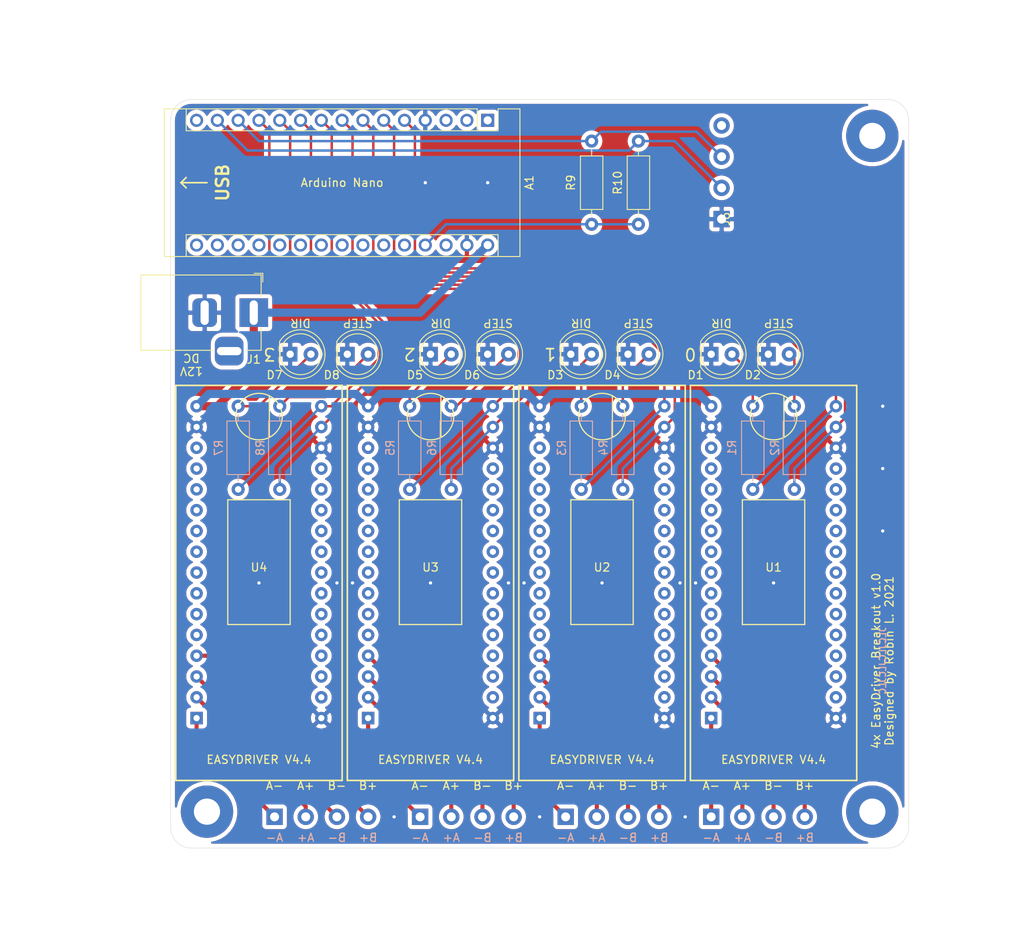
<source format=kicad_pcb>
(kicad_pcb (version 20171130) (host pcbnew "(5.1.9)-1")
  (layers (0 F.Cu signal) (31 B.Cu signal) (34 B.Paste user) (35 F.Paste user) (36 B.SilkS user) (37 F.SilkS user) (38 B.Mask user) (39 F.Mask user) (44 Edge.Cuts user))
  (net 0 "")
  (net 1 GND)
  (net 2 /lim1)
  (net 3 /lim0)
  (net 4 /dir3)
  (net 5 +12V)
  (net 6 /step3)
  (net 7 /dir2)
  (net 8 /step2)
  (net 9 +5V)
  (net 10 /dir1)
  (net 11 /step1)
  (net 12 /dir0)
  (net 13 /step0)
  (net 14 "Net-(D1-Pad2)")
  (net 15 "Net-(D2-Pad2)")
  (net 16 "Net-(D3-Pad2)")
  (net 17 "Net-(D4-Pad2)")
  (net 18 "Net-(D5-Pad2)")
  (net 19 "Net-(D6-Pad2)")
  (net 20 "Net-(D7-Pad2)")
  (net 21 "Net-(D8-Pad2)")
  (net 22 "Net-(U1-Pad16)")
  (net 23 "Net-(U1-Pad15)")
  (net 24 "Net-(U1-Pad14)")
  (net 25 "Net-(U1-Pad8)")
  (net 26 "Net-(U1-Pad7)")
  (net 27 "Net-(U1-Pad6)")
  (net 28 "Net-(U1-Pad5)")
  (net 29 "Net-(U2-Pad16)")
  (net 30 "Net-(U2-Pad15)")
  (net 31 "Net-(U2-Pad14)")
  (net 32 "Net-(U2-Pad8)")
  (net 33 "Net-(U2-Pad7)")
  (net 34 "Net-(U2-Pad6)")
  (net 35 "Net-(U2-Pad5)")
  (net 36 "Net-(U3-Pad16)")
  (net 37 "Net-(U3-Pad15)")
  (net 38 "Net-(U3-Pad14)")
  (net 39 "Net-(U3-Pad8)")
  (net 40 "Net-(U3-Pad7)")
  (net 41 "Net-(U3-Pad6)")
  (net 42 "Net-(U3-Pad5)")
  (net 43 "Net-(U4-Pad16)")
  (net 44 "Net-(U4-Pad15)")
  (net 45 "Net-(U4-Pad14)")
  (net 46 "Net-(U4-Pad8)")
  (net 47 "Net-(U4-Pad7)")
  (net 48 "Net-(U4-Pad6)")
  (net 49 "Net-(U4-Pad5)")
  (net 50 "Net-(J2-Pad4)")
  (net 51 "Net-(J2-Pad3)")
  (net 52 "Net-(J2-Pad2)")
  (net 53 "Net-(J2-Pad1)")
  (net 54 "Net-(J3-Pad4)")
  (net 55 "Net-(J3-Pad3)")
  (net 56 "Net-(J3-Pad2)")
  (net 57 "Net-(J3-Pad1)")
  (net 58 "Net-(J4-Pad4)")
  (net 59 "Net-(J4-Pad3)")
  (net 60 "Net-(J4-Pad2)")
  (net 61 "Net-(J4-Pad1)")
  (net 62 "Net-(J5-Pad4)")
  (net 63 "Net-(J5-Pad3)")
  (net 64 "Net-(J5-Pad2)")
  (net 65 "Net-(J5-Pad1)")
  (net 66 "Net-(A1-Pad16)")
  (net 67 "Net-(A1-Pad15)")
  (net 68 "Net-(A1-Pad28)")
  (net 69 "Net-(A1-Pad26)")
  (net 70 "Net-(A1-Pad25)")
  (net 71 "Net-(A1-Pad24)")
  (net 72 "Net-(A1-Pad23)")
  (net 73 "Net-(A1-Pad22)")
  (net 74 "Net-(A1-Pad21)")
  (net 75 "Net-(A1-Pad20)")
  (net 76 "Net-(A1-Pad19)")
  (net 77 "Net-(A1-Pad3)")
  (net 78 "Net-(A1-Pad18)")
  (net 79 "Net-(A1-Pad2)")
  (net 80 "Net-(A1-Pad17)")
  (net 81 "Net-(A1-Pad1)")
  (net 82 "Net-(J6-Pad4)")
  (module doublemag:CONN_1x4_3.81mm (layer F.Cu) (at 67.945 -1.905 90)
    (fp_text reference J6 (at 0 0.5 90) (layer F.SilkS))
    (fp_text value Screw_Terminal_01x04)
    (pad 4 thru_hole circle (at 11.43 0 180) (size 2 2) (drill 1.1) (layers *.Cu *.Mask) (net 82 "Net-(J6-Pad4)"))
    (pad 3 thru_hole circle (at 7.62 0 180) (size 2 2) (drill 1.1) (layers *.Cu *.Mask) (net 3 /lim0))
    (pad 2 thru_hole circle (at 3.81 0 180) (size 2 2) (drill 1.1) (layers *.Cu *.Mask) (net 2 /lim1))
    (pad 1 thru_hole rect (at 0 0 180) (size 2 2) (drill 1.1) (layers *.Cu *.Mask) (net 1 GND))
  )
  (module Module:Arduino_Nano (layer F.Cu) (at 39.37 -13.97 270)
    (fp_text reference A1 (at 7.62 -5.08 90) (layer F.SilkS))
    (fp_text value Arduino_Nano_v3.x)
    (pad 16 thru_hole oval (at 15.24 35.56 270) (size 1.6 1.6) (drill 1) (layers *.Cu *.Mask) (net 66 "Net-(A1-Pad16)"))
    (pad 15 thru_hole oval (at 0 35.56 270) (size 1.6 1.6) (drill 1) (layers *.Cu *.Mask) (net 67 "Net-(A1-Pad15)"))
    (pad 30 thru_hole oval (at 15.24 0 270) (size 1.6 1.6) (drill 1) (layers *.Cu *.Mask) (net 5 +12V))
    (pad 14 thru_hole oval (at 0 33.02 270) (size 1.6 1.6) (drill 1) (layers *.Cu *.Mask) (net 2 /lim1))
    (pad 29 thru_hole oval (at 15.24 2.54 270) (size 1.6 1.6) (drill 1) (layers *.Cu *.Mask) (net 1 GND))
    (pad 13 thru_hole oval (at 0 30.48 270) (size 1.6 1.6) (drill 1) (layers *.Cu *.Mask) (net 3 /lim0))
    (pad 28 thru_hole oval (at 15.24 5.08 270) (size 1.6 1.6) (drill 1) (layers *.Cu *.Mask) (net 68 "Net-(A1-Pad28)"))
    (pad 12 thru_hole oval (at 0 27.94 270) (size 1.6 1.6) (drill 1) (layers *.Cu *.Mask) (net 4 /dir3))
    (pad 27 thru_hole oval (at 15.24 7.62 270) (size 1.6 1.6) (drill 1) (layers *.Cu *.Mask) (net 9 +5V))
    (pad 11 thru_hole oval (at 0 25.4 270) (size 1.6 1.6) (drill 1) (layers *.Cu *.Mask) (net 6 /step3))
    (pad 26 thru_hole oval (at 15.24 10.16 270) (size 1.6 1.6) (drill 1) (layers *.Cu *.Mask) (net 69 "Net-(A1-Pad26)"))
    (pad 10 thru_hole oval (at 0 22.86 270) (size 1.6 1.6) (drill 1) (layers *.Cu *.Mask) (net 7 /dir2))
    (pad 25 thru_hole oval (at 15.24 12.7 270) (size 1.6 1.6) (drill 1) (layers *.Cu *.Mask) (net 70 "Net-(A1-Pad25)"))
    (pad 9 thru_hole oval (at 0 20.32 270) (size 1.6 1.6) (drill 1) (layers *.Cu *.Mask) (net 8 /step2))
    (pad 24 thru_hole oval (at 15.24 15.24 270) (size 1.6 1.6) (drill 1) (layers *.Cu *.Mask) (net 71 "Net-(A1-Pad24)"))
    (pad 8 thru_hole oval (at 0 17.78 270) (size 1.6 1.6) (drill 1) (layers *.Cu *.Mask) (net 10 /dir1))
    (pad 23 thru_hole oval (at 15.24 17.78 270) (size 1.6 1.6) (drill 1) (layers *.Cu *.Mask) (net 72 "Net-(A1-Pad23)"))
    (pad 7 thru_hole oval (at 0 15.24 270) (size 1.6 1.6) (drill 1) (layers *.Cu *.Mask) (net 11 /step1))
    (pad 22 thru_hole oval (at 15.24 20.32 270) (size 1.6 1.6) (drill 1) (layers *.Cu *.Mask) (net 73 "Net-(A1-Pad22)"))
    (pad 6 thru_hole oval (at 0 12.7 270) (size 1.6 1.6) (drill 1) (layers *.Cu *.Mask) (net 12 /dir0))
    (pad 21 thru_hole oval (at 15.24 22.86 270) (size 1.6 1.6) (drill 1) (layers *.Cu *.Mask) (net 74 "Net-(A1-Pad21)"))
    (pad 5 thru_hole oval (at 0 10.16 270) (size 1.6 1.6) (drill 1) (layers *.Cu *.Mask) (net 13 /step0))
    (pad 20 thru_hole oval (at 15.24 25.4 270) (size 1.6 1.6) (drill 1) (layers *.Cu *.Mask) (net 75 "Net-(A1-Pad20)"))
    (pad 4 thru_hole oval (at 0 7.62 270) (size 1.6 1.6) (drill 1) (layers *.Cu *.Mask) (net 1 GND))
    (pad 19 thru_hole oval (at 15.24 27.94 270) (size 1.6 1.6) (drill 1) (layers *.Cu *.Mask) (net 76 "Net-(A1-Pad19)"))
    (pad 3 thru_hole oval (at 0 5.08 270) (size 1.6 1.6) (drill 1) (layers *.Cu *.Mask) (net 77 "Net-(A1-Pad3)"))
    (pad 18 thru_hole oval (at 15.24 30.48 270) (size 1.6 1.6) (drill 1) (layers *.Cu *.Mask) (net 78 "Net-(A1-Pad18)"))
    (pad 2 thru_hole oval (at 0 2.54 270) (size 1.6 1.6) (drill 1) (layers *.Cu *.Mask) (net 79 "Net-(A1-Pad2)"))
    (pad 17 thru_hole oval (at 15.24 33.02 270) (size 1.6 1.6) (drill 1) (layers *.Cu *.Mask) (net 80 "Net-(A1-Pad17)"))
    (pad 1 thru_hole rect (at 0 0 270) (size 1.6 1.6) (drill 1) (layers *.Cu *.Mask) (net 81 "Net-(A1-Pad1)"))
  )
  (module doublemag:easydriver_V44 (layer F.Cu) (at 11.43 36.195 90)
    (fp_text reference U4 (at -4.445 0 180) (layer F.SilkS))
    (fp_text value easydriver_stepper_driver)
    (fp_text user "EASYDRIVER V4.4" (at -27.94 0) (layer F.SilkS))
    (pad ~ thru_hole circle (at -15.24 7.62 90) (size 1.524 1.524) (drill 0.762) (layers *.Cu *.Mask))
    (pad ~ thru_hole circle (at -17.78 7.62 90) (size 1.524 1.524) (drill 0.762) (layers *.Cu *.Mask))
    (pad ~ thru_hole circle (at -12.7 7.62 90) (size 1.524 1.524) (drill 0.762) (layers *.Cu *.Mask))
    (pad ~ thru_hole circle (at -5.08 7.62 90) (size 1.524 1.524) (drill 0.762) (layers *.Cu *.Mask))
    (pad ~ thru_hole circle (at -2.54 7.62 90) (size 1.524 1.524) (drill 0.762) (layers *.Cu *.Mask))
    (pad ~ thru_hole circle (at 0 7.62 90) (size 1.524 1.524) (drill 0.762) (layers *.Cu *.Mask))
    (pad ~ thru_hole circle (at 2.54 7.62 90) (size 1.524 1.524) (drill 0.762) (layers *.Cu *.Mask))
    (pad ~ thru_hole circle (at 5.08 7.62 90) (size 1.524 1.524) (drill 0.762) (layers *.Cu *.Mask))
    (pad ~ thru_hole circle (at 7.62 7.62 90) (size 1.524 1.524) (drill 0.762) (layers *.Cu *.Mask))
    (pad ~ thru_hole circle (at 10.16 -7.62 90) (size 1.524 1.524) (drill 0.762) (layers *.Cu *.Mask))
    (pad ~ thru_hole circle (at 7.62 -7.62 90) (size 1.524 1.524) (drill 0.762) (layers *.Cu *.Mask))
    (pad ~ thru_hole circle (at 0 -7.62 90) (size 1.524 1.524) (drill 0.762) (layers *.Cu *.Mask))
    (pad ~ thru_hole circle (at -2.54 -7.62 90) (size 1.524 1.524) (drill 0.762) (layers *.Cu *.Mask))
    (pad ~ thru_hole circle (at -5.08 -7.62 90) (size 1.524 1.524) (drill 0.762) (layers *.Cu *.Mask))
    (pad ~ thru_hole circle (at -12.7 -7.62 90) (size 1.524 1.524) (drill 0.762) (layers *.Cu *.Mask))
    (pad 17 thru_hole circle (at -22.86 7.62 90) (size 1.524 1.524) (drill 0.762) (layers *.Cu *.Mask) (net 1 GND))
    (pad 16 thru_hole circle (at -20.32 7.62 90) (size 1.524 1.524) (drill 0.762) (layers *.Cu *.Mask) (net 43 "Net-(U4-Pad16)"))
    (pad 15 thru_hole circle (at -10.16 7.62 90) (size 1.524 1.524) (drill 0.762) (layers *.Cu *.Mask) (net 44 "Net-(U4-Pad15)"))
    (pad 14 thru_hole circle (at -7.62 7.62 90) (size 1.524 1.524) (drill 0.762) (layers *.Cu *.Mask) (net 45 "Net-(U4-Pad14)"))
    (pad 13 thru_hole circle (at 10.16 7.62 90) (size 1.524 1.524) (drill 0.762) (layers *.Cu *.Mask) (net 1 GND))
    (pad 12 thru_hole circle (at 12.7 7.62 90) (size 1.524 1.524) (drill 0.762) (layers *.Cu *.Mask) (net 6 /step3))
    (pad 11 thru_hole circle (at 15.24 7.62 90) (size 1.524 1.524) (drill 0.762) (layers *.Cu *.Mask) (net 4 /dir3))
    (pad 10 thru_hole circle (at 15.24 -7.62 90) (size 1.524 1.524) (drill 0.762) (layers *.Cu *.Mask) (net 5 +12V))
    (pad 9 thru_hole circle (at 12.7 -7.62 90) (size 1.524 1.524) (drill 0.762) (layers *.Cu *.Mask) (net 1 GND))
    (pad 8 thru_hole circle (at 5.08 -7.62 90) (size 1.524 1.524) (drill 0.762) (layers *.Cu *.Mask) (net 46 "Net-(U4-Pad8)"))
    (pad 7 thru_hole circle (at 2.54 -7.62 90) (size 1.524 1.524) (drill 0.762) (layers *.Cu *.Mask) (net 47 "Net-(U4-Pad7)"))
    (pad 6 thru_hole circle (at -7.62 -7.62 90) (size 1.524 1.524) (drill 0.762) (layers *.Cu *.Mask) (net 48 "Net-(U4-Pad6)"))
    (pad 5 thru_hole circle (at -10.16 -7.62 90) (size 1.524 1.524) (drill 0.762) (layers *.Cu *.Mask) (net 49 "Net-(U4-Pad5)"))
    (pad 4 thru_hole circle (at -15.24 -7.62 90) (size 1.524 1.524) (drill 0.762) (layers *.Cu *.Mask) (net 62 "Net-(J5-Pad4)"))
    (pad 3 thru_hole circle (at -17.78 -7.62 90) (size 1.524 1.524) (drill 0.762) (layers *.Cu *.Mask) (net 63 "Net-(J5-Pad3)"))
    (pad 2 thru_hole circle (at -20.32 -7.62 90) (size 1.524 1.524) (drill 0.762) (layers *.Cu *.Mask) (net 64 "Net-(J5-Pad2)"))
    (pad 1 thru_hole rect (at -22.86 -7.62 90) (size 1.524 1.524) (drill 0.762) (layers *.Cu *.Mask) (net 65 "Net-(J5-Pad1)"))
  )
  (module doublemag:easydriver_V44 (layer F.Cu) (at 32.385 36.195 90)
    (fp_text reference U3 (at -4.445 0 180) (layer F.SilkS))
    (fp_text value easydriver_stepper_driver)
    (fp_text user "EASYDRIVER V4.4" (at -27.94 0) (layer F.SilkS))
    (pad ~ thru_hole circle (at -15.24 7.62 90) (size 1.524 1.524) (drill 0.762) (layers *.Cu *.Mask))
    (pad ~ thru_hole circle (at -17.78 7.62 90) (size 1.524 1.524) (drill 0.762) (layers *.Cu *.Mask))
    (pad ~ thru_hole circle (at -12.7 7.62 90) (size 1.524 1.524) (drill 0.762) (layers *.Cu *.Mask))
    (pad ~ thru_hole circle (at -5.08 7.62 90) (size 1.524 1.524) (drill 0.762) (layers *.Cu *.Mask))
    (pad ~ thru_hole circle (at -2.54 7.62 90) (size 1.524 1.524) (drill 0.762) (layers *.Cu *.Mask))
    (pad ~ thru_hole circle (at 0 7.62 90) (size 1.524 1.524) (drill 0.762) (layers *.Cu *.Mask))
    (pad ~ thru_hole circle (at 2.54 7.62 90) (size 1.524 1.524) (drill 0.762) (layers *.Cu *.Mask))
    (pad ~ thru_hole circle (at 5.08 7.62 90) (size 1.524 1.524) (drill 0.762) (layers *.Cu *.Mask))
    (pad ~ thru_hole circle (at 7.62 7.62 90) (size 1.524 1.524) (drill 0.762) (layers *.Cu *.Mask))
    (pad ~ thru_hole circle (at 10.16 -7.62 90) (size 1.524 1.524) (drill 0.762) (layers *.Cu *.Mask))
    (pad ~ thru_hole circle (at 7.62 -7.62 90) (size 1.524 1.524) (drill 0.762) (layers *.Cu *.Mask))
    (pad ~ thru_hole circle (at 0 -7.62 90) (size 1.524 1.524) (drill 0.762) (layers *.Cu *.Mask))
    (pad ~ thru_hole circle (at -2.54 -7.62 90) (size 1.524 1.524) (drill 0.762) (layers *.Cu *.Mask))
    (pad ~ thru_hole circle (at -5.08 -7.62 90) (size 1.524 1.524) (drill 0.762) (layers *.Cu *.Mask))
    (pad ~ thru_hole circle (at -12.7 -7.62 90) (size 1.524 1.524) (drill 0.762) (layers *.Cu *.Mask))
    (pad 17 thru_hole circle (at -22.86 7.62 90) (size 1.524 1.524) (drill 0.762) (layers *.Cu *.Mask) (net 1 GND))
    (pad 16 thru_hole circle (at -20.32 7.62 90) (size 1.524 1.524) (drill 0.762) (layers *.Cu *.Mask) (net 36 "Net-(U3-Pad16)"))
    (pad 15 thru_hole circle (at -10.16 7.62 90) (size 1.524 1.524) (drill 0.762) (layers *.Cu *.Mask) (net 37 "Net-(U3-Pad15)"))
    (pad 14 thru_hole circle (at -7.62 7.62 90) (size 1.524 1.524) (drill 0.762) (layers *.Cu *.Mask) (net 38 "Net-(U3-Pad14)"))
    (pad 13 thru_hole circle (at 10.16 7.62 90) (size 1.524 1.524) (drill 0.762) (layers *.Cu *.Mask) (net 1 GND))
    (pad 12 thru_hole circle (at 12.7 7.62 90) (size 1.524 1.524) (drill 0.762) (layers *.Cu *.Mask) (net 8 /step2))
    (pad 11 thru_hole circle (at 15.24 7.62 90) (size 1.524 1.524) (drill 0.762) (layers *.Cu *.Mask) (net 7 /dir2))
    (pad 10 thru_hole circle (at 15.24 -7.62 90) (size 1.524 1.524) (drill 0.762) (layers *.Cu *.Mask) (net 5 +12V))
    (pad 9 thru_hole circle (at 12.7 -7.62 90) (size 1.524 1.524) (drill 0.762) (layers *.Cu *.Mask) (net 1 GND))
    (pad 8 thru_hole circle (at 5.08 -7.62 90) (size 1.524 1.524) (drill 0.762) (layers *.Cu *.Mask) (net 39 "Net-(U3-Pad8)"))
    (pad 7 thru_hole circle (at 2.54 -7.62 90) (size 1.524 1.524) (drill 0.762) (layers *.Cu *.Mask) (net 40 "Net-(U3-Pad7)"))
    (pad 6 thru_hole circle (at -7.62 -7.62 90) (size 1.524 1.524) (drill 0.762) (layers *.Cu *.Mask) (net 41 "Net-(U3-Pad6)"))
    (pad 5 thru_hole circle (at -10.16 -7.62 90) (size 1.524 1.524) (drill 0.762) (layers *.Cu *.Mask) (net 42 "Net-(U3-Pad5)"))
    (pad 4 thru_hole circle (at -15.24 -7.62 90) (size 1.524 1.524) (drill 0.762) (layers *.Cu *.Mask) (net 58 "Net-(J4-Pad4)"))
    (pad 3 thru_hole circle (at -17.78 -7.62 90) (size 1.524 1.524) (drill 0.762) (layers *.Cu *.Mask) (net 59 "Net-(J4-Pad3)"))
    (pad 2 thru_hole circle (at -20.32 -7.62 90) (size 1.524 1.524) (drill 0.762) (layers *.Cu *.Mask) (net 60 "Net-(J4-Pad2)"))
    (pad 1 thru_hole rect (at -22.86 -7.62 90) (size 1.524 1.524) (drill 0.762) (layers *.Cu *.Mask) (net 61 "Net-(J4-Pad1)"))
  )
  (module doublemag:easydriver_V44 (layer F.Cu) (at 53.34 36.195 90)
    (fp_text reference U2 (at -4.445 0 180) (layer F.SilkS))
    (fp_text value easydriver_stepper_driver)
    (fp_text user "EASYDRIVER V4.4" (at -27.94 0) (layer F.SilkS))
    (pad ~ thru_hole circle (at -15.24 7.62 90) (size 1.524 1.524) (drill 0.762) (layers *.Cu *.Mask))
    (pad ~ thru_hole circle (at -17.78 7.62 90) (size 1.524 1.524) (drill 0.762) (layers *.Cu *.Mask))
    (pad ~ thru_hole circle (at -12.7 7.62 90) (size 1.524 1.524) (drill 0.762) (layers *.Cu *.Mask))
    (pad ~ thru_hole circle (at -5.08 7.62 90) (size 1.524 1.524) (drill 0.762) (layers *.Cu *.Mask))
    (pad ~ thru_hole circle (at -2.54 7.62 90) (size 1.524 1.524) (drill 0.762) (layers *.Cu *.Mask))
    (pad ~ thru_hole circle (at 0 7.62 90) (size 1.524 1.524) (drill 0.762) (layers *.Cu *.Mask))
    (pad ~ thru_hole circle (at 2.54 7.62 90) (size 1.524 1.524) (drill 0.762) (layers *.Cu *.Mask))
    (pad ~ thru_hole circle (at 5.08 7.62 90) (size 1.524 1.524) (drill 0.762) (layers *.Cu *.Mask))
    (pad ~ thru_hole circle (at 7.62 7.62 90) (size 1.524 1.524) (drill 0.762) (layers *.Cu *.Mask))
    (pad ~ thru_hole circle (at 10.16 -7.62 90) (size 1.524 1.524) (drill 0.762) (layers *.Cu *.Mask))
    (pad ~ thru_hole circle (at 7.62 -7.62 90) (size 1.524 1.524) (drill 0.762) (layers *.Cu *.Mask))
    (pad ~ thru_hole circle (at 0 -7.62 90) (size 1.524 1.524) (drill 0.762) (layers *.Cu *.Mask))
    (pad ~ thru_hole circle (at -2.54 -7.62 90) (size 1.524 1.524) (drill 0.762) (layers *.Cu *.Mask))
    (pad ~ thru_hole circle (at -5.08 -7.62 90) (size 1.524 1.524) (drill 0.762) (layers *.Cu *.Mask))
    (pad ~ thru_hole circle (at -12.7 -7.62 90) (size 1.524 1.524) (drill 0.762) (layers *.Cu *.Mask))
    (pad 17 thru_hole circle (at -22.86 7.62 90) (size 1.524 1.524) (drill 0.762) (layers *.Cu *.Mask) (net 1 GND))
    (pad 16 thru_hole circle (at -20.32 7.62 90) (size 1.524 1.524) (drill 0.762) (layers *.Cu *.Mask) (net 29 "Net-(U2-Pad16)"))
    (pad 15 thru_hole circle (at -10.16 7.62 90) (size 1.524 1.524) (drill 0.762) (layers *.Cu *.Mask) (net 30 "Net-(U2-Pad15)"))
    (pad 14 thru_hole circle (at -7.62 7.62 90) (size 1.524 1.524) (drill 0.762) (layers *.Cu *.Mask) (net 31 "Net-(U2-Pad14)"))
    (pad 13 thru_hole circle (at 10.16 7.62 90) (size 1.524 1.524) (drill 0.762) (layers *.Cu *.Mask) (net 1 GND))
    (pad 12 thru_hole circle (at 12.7 7.62 90) (size 1.524 1.524) (drill 0.762) (layers *.Cu *.Mask) (net 11 /step1))
    (pad 11 thru_hole circle (at 15.24 7.62 90) (size 1.524 1.524) (drill 0.762) (layers *.Cu *.Mask) (net 10 /dir1))
    (pad 10 thru_hole circle (at 15.24 -7.62 90) (size 1.524 1.524) (drill 0.762) (layers *.Cu *.Mask) (net 5 +12V))
    (pad 9 thru_hole circle (at 12.7 -7.62 90) (size 1.524 1.524) (drill 0.762) (layers *.Cu *.Mask) (net 1 GND))
    (pad 8 thru_hole circle (at 5.08 -7.62 90) (size 1.524 1.524) (drill 0.762) (layers *.Cu *.Mask) (net 32 "Net-(U2-Pad8)"))
    (pad 7 thru_hole circle (at 2.54 -7.62 90) (size 1.524 1.524) (drill 0.762) (layers *.Cu *.Mask) (net 33 "Net-(U2-Pad7)"))
    (pad 6 thru_hole circle (at -7.62 -7.62 90) (size 1.524 1.524) (drill 0.762) (layers *.Cu *.Mask) (net 34 "Net-(U2-Pad6)"))
    (pad 5 thru_hole circle (at -10.16 -7.62 90) (size 1.524 1.524) (drill 0.762) (layers *.Cu *.Mask) (net 35 "Net-(U2-Pad5)"))
    (pad 4 thru_hole circle (at -15.24 -7.62 90) (size 1.524 1.524) (drill 0.762) (layers *.Cu *.Mask) (net 54 "Net-(J3-Pad4)"))
    (pad 3 thru_hole circle (at -17.78 -7.62 90) (size 1.524 1.524) (drill 0.762) (layers *.Cu *.Mask) (net 55 "Net-(J3-Pad3)"))
    (pad 2 thru_hole circle (at -20.32 -7.62 90) (size 1.524 1.524) (drill 0.762) (layers *.Cu *.Mask) (net 56 "Net-(J3-Pad2)"))
    (pad 1 thru_hole rect (at -22.86 -7.62 90) (size 1.524 1.524) (drill 0.762) (layers *.Cu *.Mask) (net 57 "Net-(J3-Pad1)"))
  )
  (module doublemag:easydriver_V44 (layer F.Cu) (at 74.295 36.195 90)
    (fp_text reference U1 (at -4.445 0) (layer F.SilkS))
    (fp_text value easydriver_stepper_driver)
    (fp_text user "EASYDRIVER V4.4" (at -27.94 0) (layer F.SilkS))
    (pad ~ thru_hole circle (at -15.24 7.62 90) (size 1.524 1.524) (drill 0.762) (layers *.Cu *.Mask))
    (pad ~ thru_hole circle (at -17.78 7.62 90) (size 1.524 1.524) (drill 0.762) (layers *.Cu *.Mask))
    (pad ~ thru_hole circle (at -12.7 7.62 90) (size 1.524 1.524) (drill 0.762) (layers *.Cu *.Mask))
    (pad ~ thru_hole circle (at -5.08 7.62 90) (size 1.524 1.524) (drill 0.762) (layers *.Cu *.Mask))
    (pad ~ thru_hole circle (at -2.54 7.62 90) (size 1.524 1.524) (drill 0.762) (layers *.Cu *.Mask))
    (pad ~ thru_hole circle (at 0 7.62 90) (size 1.524 1.524) (drill 0.762) (layers *.Cu *.Mask))
    (pad ~ thru_hole circle (at 2.54 7.62 90) (size 1.524 1.524) (drill 0.762) (layers *.Cu *.Mask))
    (pad ~ thru_hole circle (at 5.08 7.62 90) (size 1.524 1.524) (drill 0.762) (layers *.Cu *.Mask))
    (pad ~ thru_hole circle (at 7.62 7.62 90) (size 1.524 1.524) (drill 0.762) (layers *.Cu *.Mask))
    (pad ~ thru_hole circle (at 10.16 -7.62 90) (size 1.524 1.524) (drill 0.762) (layers *.Cu *.Mask))
    (pad ~ thru_hole circle (at 7.62 -7.62 90) (size 1.524 1.524) (drill 0.762) (layers *.Cu *.Mask))
    (pad ~ thru_hole circle (at 0 -7.62 90) (size 1.524 1.524) (drill 0.762) (layers *.Cu *.Mask))
    (pad ~ thru_hole circle (at -2.54 -7.62 90) (size 1.524 1.524) (drill 0.762) (layers *.Cu *.Mask))
    (pad ~ thru_hole circle (at -5.08 -7.62 90) (size 1.524 1.524) (drill 0.762) (layers *.Cu *.Mask))
    (pad ~ thru_hole circle (at -12.7 -7.62 90) (size 1.524 1.524) (drill 0.762) (layers *.Cu *.Mask))
    (pad 17 thru_hole circle (at -22.86 7.62 90) (size 1.524 1.524) (drill 0.762) (layers *.Cu *.Mask) (net 1 GND))
    (pad 16 thru_hole circle (at -20.32 7.62 90) (size 1.524 1.524) (drill 0.762) (layers *.Cu *.Mask) (net 22 "Net-(U1-Pad16)"))
    (pad 15 thru_hole circle (at -10.16 7.62 90) (size 1.524 1.524) (drill 0.762) (layers *.Cu *.Mask) (net 23 "Net-(U1-Pad15)"))
    (pad 14 thru_hole circle (at -7.62 7.62 90) (size 1.524 1.524) (drill 0.762) (layers *.Cu *.Mask) (net 24 "Net-(U1-Pad14)"))
    (pad 13 thru_hole circle (at 10.16 7.62 90) (size 1.524 1.524) (drill 0.762) (layers *.Cu *.Mask) (net 1 GND))
    (pad 12 thru_hole circle (at 12.7 7.62 90) (size 1.524 1.524) (drill 0.762) (layers *.Cu *.Mask) (net 13 /step0))
    (pad 11 thru_hole circle (at 15.24 7.62 90) (size 1.524 1.524) (drill 0.762) (layers *.Cu *.Mask) (net 12 /dir0))
    (pad 10 thru_hole circle (at 15.24 -7.62 90) (size 1.524 1.524) (drill 0.762) (layers *.Cu *.Mask) (net 5 +12V))
    (pad 9 thru_hole circle (at 12.7 -7.62 90) (size 1.524 1.524) (drill 0.762) (layers *.Cu *.Mask) (net 1 GND))
    (pad 8 thru_hole circle (at 5.08 -7.62 90) (size 1.524 1.524) (drill 0.762) (layers *.Cu *.Mask) (net 25 "Net-(U1-Pad8)"))
    (pad 7 thru_hole circle (at 2.54 -7.62 90) (size 1.524 1.524) (drill 0.762) (layers *.Cu *.Mask) (net 26 "Net-(U1-Pad7)"))
    (pad 6 thru_hole circle (at -7.62 -7.62 90) (size 1.524 1.524) (drill 0.762) (layers *.Cu *.Mask) (net 27 "Net-(U1-Pad6)"))
    (pad 5 thru_hole circle (at -10.16 -7.62 90) (size 1.524 1.524) (drill 0.762) (layers *.Cu *.Mask) (net 28 "Net-(U1-Pad5)"))
    (pad 4 thru_hole circle (at -15.24 -7.62 90) (size 1.524 1.524) (drill 0.762) (layers *.Cu *.Mask) (net 50 "Net-(J2-Pad4)"))
    (pad 3 thru_hole circle (at -17.78 -7.62 90) (size 1.524 1.524) (drill 0.762) (layers *.Cu *.Mask) (net 51 "Net-(J2-Pad3)"))
    (pad 2 thru_hole circle (at -20.32 -7.62 90) (size 1.524 1.524) (drill 0.762) (layers *.Cu *.Mask) (net 52 "Net-(J2-Pad2)"))
    (pad 1 thru_hole rect (at -22.86 -7.62 90) (size 1.524 1.524) (drill 0.762) (layers *.Cu *.Mask) (net 53 "Net-(J2-Pad1)"))
  )
  (module LED_THT:LED_D5.0mm (layer F.Cu) (at 22.225 14.605)
    (fp_text reference D8 (at -1.905 2.54) (layer F.SilkS))
    (fp_text value STEP3)
    (pad 2 thru_hole circle (at 2.54 0) (size 1.8 1.8) (drill 0.9) (layers *.Cu *.Mask) (net 21 "Net-(D8-Pad2)"))
    (pad 1 thru_hole rect (at 0 0) (size 1.8 1.8) (drill 0.9) (layers *.Cu *.Mask) (net 1 GND))
  )
  (module LED_THT:LED_D5.0mm (layer F.Cu) (at 15.24 14.605)
    (fp_text reference D7 (at -1.905 2.54) (layer F.SilkS))
    (fp_text value DIR3)
    (pad 2 thru_hole circle (at 2.54 0) (size 1.8 1.8) (drill 0.9) (layers *.Cu *.Mask) (net 20 "Net-(D7-Pad2)"))
    (pad 1 thru_hole rect (at 0 0) (size 1.8 1.8) (drill 0.9) (layers *.Cu *.Mask) (net 1 GND))
  )
  (module LED_THT:LED_D5.0mm (layer F.Cu) (at 39.37 14.605)
    (fp_text reference D6 (at -1.905 2.54) (layer F.SilkS))
    (fp_text value STEP2)
    (pad 2 thru_hole circle (at 2.54 0) (size 1.8 1.8) (drill 0.9) (layers *.Cu *.Mask) (net 19 "Net-(D6-Pad2)"))
    (pad 1 thru_hole rect (at 0 0) (size 1.8 1.8) (drill 0.9) (layers *.Cu *.Mask) (net 1 GND))
  )
  (module LED_THT:LED_D5.0mm (layer F.Cu) (at 32.385 14.605)
    (fp_text reference D5 (at -1.905 2.54) (layer F.SilkS))
    (fp_text value DIR2)
    (pad 2 thru_hole circle (at 2.54 0) (size 1.8 1.8) (drill 0.9) (layers *.Cu *.Mask) (net 18 "Net-(D5-Pad2)"))
    (pad 1 thru_hole rect (at 0 0) (size 1.8 1.8) (drill 0.9) (layers *.Cu *.Mask) (net 1 GND))
  )
  (module LED_THT:LED_D5.0mm (layer F.Cu) (at 56.515 14.605)
    (fp_text reference D4 (at -1.905 2.54) (layer F.SilkS))
    (fp_text value STEP1)
    (pad 2 thru_hole circle (at 2.54 0) (size 1.8 1.8) (drill 0.9) (layers *.Cu *.Mask) (net 17 "Net-(D4-Pad2)"))
    (pad 1 thru_hole rect (at 0 0) (size 1.8 1.8) (drill 0.9) (layers *.Cu *.Mask) (net 1 GND))
  )
  (module LED_THT:LED_D5.0mm (layer F.Cu) (at 49.53 14.605)
    (fp_text reference D3 (at -1.905 2.54) (layer F.SilkS))
    (fp_text value DIR1)
    (pad 2 thru_hole circle (at 2.54 0) (size 1.8 1.8) (drill 0.9) (layers *.Cu *.Mask) (net 16 "Net-(D3-Pad2)"))
    (pad 1 thru_hole rect (at 0 0) (size 1.8 1.8) (drill 0.9) (layers *.Cu *.Mask) (net 1 GND))
  )
  (module LED_THT:LED_D5.0mm (layer F.Cu) (at 73.66 14.605)
    (fp_text reference D2 (at -1.905 2.54) (layer F.SilkS))
    (fp_text value STEP0)
    (pad 2 thru_hole circle (at 2.54 0) (size 1.8 1.8) (drill 0.9) (layers *.Cu *.Mask) (net 15 "Net-(D2-Pad2)"))
    (pad 1 thru_hole rect (at 0 0) (size 1.8 1.8) (drill 0.9) (layers *.Cu *.Mask) (net 1 GND))
  )
  (module LED_THT:LED_D5.0mm (layer F.Cu) (at 66.675 14.605)
    (fp_text reference D1 (at -1.905 2.54) (layer F.SilkS))
    (fp_text value DIR0)
    (pad 2 thru_hole circle (at 2.54 0) (size 1.8 1.8) (drill 0.9) (layers *.Cu *.Mask) (net 14 "Net-(D1-Pad2)"))
    (pad 1 thru_hole rect (at 0 0) (size 1.8 1.8) (drill 0.9) (layers *.Cu *.Mask) (net 1 GND))
  )
  (module MountingHole:MountingHole_3.2mm_M3_Pad (layer F.Cu) (at 86.36 70.485)
    (fp_text reference H3 hide)
    (fp_text value MountingHole)
    (pad 1 thru_hole circle (at 0 0) (size 6.4 6.4) (drill 3.2) (layers *.Cu *.Mask))
  )
  (module MountingHole:MountingHole_3.2mm_M3_Pad (layer F.Cu) (at 5.08 70.485)
    (fp_text reference H2 hide)
    (fp_text value MountingHole)
    (pad 1 thru_hole circle (at 0 0) (size 6.4 6.4) (drill 3.2) (layers *.Cu *.Mask))
  )
  (module MountingHole:MountingHole_3.2mm_M3_Pad (layer F.Cu) (at 86.36 -12.065)
    (fp_text reference H1 hide)
    (fp_text value MountingHole)
    (pad 1 thru_hole circle (at 0 0) (size 6.4 6.4) (drill 3.2) (layers *.Cu *.Mask))
  )
  (module Resistor_THT:R_Axial_DIN0207_L6.3mm_D2.5mm_P10.16mm_Horizontal (layer F.Cu) (at 57.785 -1.27 90)
    (fp_text reference R10 (at 5.08 -2.54 270) (layer F.SilkS))
    (fp_text value 10k)
    (pad 2 thru_hole oval (at 10.16 0 90) (size 1.6 1.6) (drill 0.8) (layers *.Cu *.Mask) (net 2 /lim1))
    (pad 1 thru_hole circle (at 0 0 90) (size 1.6 1.6) (drill 0.8) (layers *.Cu *.Mask) (net 9 +5V))
  )
  (module Resistor_THT:R_Axial_DIN0207_L6.3mm_D2.5mm_P10.16mm_Horizontal (layer F.Cu) (at 52.07 -1.27 90)
    (fp_text reference R9 (at 5.08 -2.54 270) (layer F.SilkS))
    (fp_text value 10k)
    (pad 2 thru_hole oval (at 10.16 0 90) (size 1.6 1.6) (drill 0.8) (layers *.Cu *.Mask) (net 3 /lim0))
    (pad 1 thru_hole circle (at 0 0 90) (size 1.6 1.6) (drill 0.8) (layers *.Cu *.Mask) (net 9 +5V))
  )
  (module Resistor_THT:R_Axial_DIN0207_L6.3mm_D2.5mm_P10.16mm_Horizontal (layer B.Cu) (at 13.97 20.955 270)
    (fp_text reference R8 (at 5.08 2.37 270) (layer B.SilkS) (effects (justify mirror)))
    (fp_text value 1k)
    (pad 2 thru_hole oval (at 10.16 0 270) (size 1.6 1.6) (drill 0.8) (layers *.Cu *.Mask) (net 6 /step3))
    (pad 1 thru_hole circle (at 0 0 270) (size 1.6 1.6) (drill 0.8) (layers *.Cu *.Mask) (net 21 "Net-(D8-Pad2)"))
  )
  (module Resistor_THT:R_Axial_DIN0207_L6.3mm_D2.5mm_P10.16mm_Horizontal (layer B.Cu) (at 8.89 20.955 270)
    (fp_text reference R7 (at 5.08 2.37 270) (layer B.SilkS) (effects (justify mirror)))
    (fp_text value 1k)
    (pad 2 thru_hole oval (at 10.16 0 270) (size 1.6 1.6) (drill 0.8) (layers *.Cu *.Mask) (net 4 /dir3))
    (pad 1 thru_hole circle (at 0 0 270) (size 1.6 1.6) (drill 0.8) (layers *.Cu *.Mask) (net 20 "Net-(D7-Pad2)"))
  )
  (module Resistor_THT:R_Axial_DIN0207_L6.3mm_D2.5mm_P10.16mm_Horizontal (layer B.Cu) (at 34.925 20.955 270)
    (fp_text reference R6 (at 5.08 2.37 270) (layer B.SilkS) (effects (justify mirror)))
    (fp_text value 1k)
    (pad 2 thru_hole oval (at 10.16 0 270) (size 1.6 1.6) (drill 0.8) (layers *.Cu *.Mask) (net 8 /step2))
    (pad 1 thru_hole circle (at 0 0 270) (size 1.6 1.6) (drill 0.8) (layers *.Cu *.Mask) (net 19 "Net-(D6-Pad2)"))
  )
  (module Resistor_THT:R_Axial_DIN0207_L6.3mm_D2.5mm_P10.16mm_Horizontal (layer B.Cu) (at 29.845 20.955 270)
    (fp_text reference R5 (at 5.08 2.37 270) (layer B.SilkS) (effects (justify mirror)))
    (fp_text value 1k)
    (pad 2 thru_hole oval (at 10.16 0 270) (size 1.6 1.6) (drill 0.8) (layers *.Cu *.Mask) (net 7 /dir2))
    (pad 1 thru_hole circle (at 0 0 270) (size 1.6 1.6) (drill 0.8) (layers *.Cu *.Mask) (net 18 "Net-(D5-Pad2)"))
  )
  (module Resistor_THT:R_Axial_DIN0207_L6.3mm_D2.5mm_P10.16mm_Horizontal (layer B.Cu) (at 55.88 20.955 270)
    (fp_text reference R4 (at 5.08 2.37 270) (layer B.SilkS) (effects (justify mirror)))
    (fp_text value 1k)
    (pad 2 thru_hole oval (at 10.16 0 270) (size 1.6 1.6) (drill 0.8) (layers *.Cu *.Mask) (net 11 /step1))
    (pad 1 thru_hole circle (at 0 0 270) (size 1.6 1.6) (drill 0.8) (layers *.Cu *.Mask) (net 17 "Net-(D4-Pad2)"))
  )
  (module Resistor_THT:R_Axial_DIN0207_L6.3mm_D2.5mm_P10.16mm_Horizontal (layer B.Cu) (at 50.8 20.955 270)
    (fp_text reference R3 (at 5.08 2.37 270) (layer B.SilkS) (effects (justify mirror)))
    (fp_text value 1k)
    (pad 2 thru_hole oval (at 10.16 0 270) (size 1.6 1.6) (drill 0.8) (layers *.Cu *.Mask) (net 10 /dir1))
    (pad 1 thru_hole circle (at 0 0 270) (size 1.6 1.6) (drill 0.8) (layers *.Cu *.Mask) (net 16 "Net-(D3-Pad2)"))
  )
  (module Resistor_THT:R_Axial_DIN0207_L6.3mm_D2.5mm_P10.16mm_Horizontal (layer B.Cu) (at 76.835 20.955 270)
    (fp_text reference R2 (at 5.08 2.37 270) (layer B.SilkS) (effects (justify mirror)))
    (fp_text value 1k)
    (pad 2 thru_hole oval (at 10.16 0 270) (size 1.6 1.6) (drill 0.8) (layers *.Cu *.Mask) (net 13 /step0))
    (pad 1 thru_hole circle (at 0 0 270) (size 1.6 1.6) (drill 0.8) (layers *.Cu *.Mask) (net 15 "Net-(D2-Pad2)"))
  )
  (module Resistor_THT:R_Axial_DIN0207_L6.3mm_D2.5mm_P10.16mm_Horizontal (layer B.Cu) (at 71.755 20.955 270)
    (fp_text reference R1 (at 5.08 2.54 270) (layer B.SilkS) (effects (justify mirror)))
    (fp_text value 1k)
    (pad 2 thru_hole oval (at 10.16 0 270) (size 1.6 1.6) (drill 0.8) (layers *.Cu *.Mask) (net 12 /dir0))
    (pad 1 thru_hole circle (at 0 0 270) (size 1.6 1.6) (drill 0.8) (layers *.Cu *.Mask) (net 14 "Net-(D1-Pad2)"))
  )
  (module doublemag:CONN_1x4_3.81mm (layer F.Cu) (at 13.335 71.12)
    (fp_text reference J5 hide)
    (fp_text value Screw_Terminal_01x04)
    (pad 4 thru_hole circle (at 11.43 0 90) (size 2 2) (drill 1.1) (layers *.Cu *.Mask) (net 62 "Net-(J5-Pad4)"))
    (pad 3 thru_hole circle (at 7.62 0 90) (size 2 2) (drill 1.1) (layers *.Cu *.Mask) (net 63 "Net-(J5-Pad3)"))
    (pad 2 thru_hole circle (at 3.81 0 90) (size 2 2) (drill 1.1) (layers *.Cu *.Mask) (net 64 "Net-(J5-Pad2)"))
    (pad 1 thru_hole rect (at 0 0 90) (size 2 2) (drill 1.1) (layers *.Cu *.Mask) (net 65 "Net-(J5-Pad1)"))
  )
  (module doublemag:CONN_1x4_3.81mm (layer F.Cu) (at 48.895 71.12)
    (fp_text reference J3 hide)
    (fp_text value Screw_Terminal_01x04)
    (pad 4 thru_hole circle (at 11.43 0 90) (size 2 2) (drill 1.1) (layers *.Cu *.Mask) (net 54 "Net-(J3-Pad4)"))
    (pad 3 thru_hole circle (at 7.62 0 90) (size 2 2) (drill 1.1) (layers *.Cu *.Mask) (net 55 "Net-(J3-Pad3)"))
    (pad 2 thru_hole circle (at 3.81 0 90) (size 2 2) (drill 1.1) (layers *.Cu *.Mask) (net 56 "Net-(J3-Pad2)"))
    (pad 1 thru_hole rect (at 0 0 90) (size 2 2) (drill 1.1) (layers *.Cu *.Mask) (net 57 "Net-(J3-Pad1)"))
  )
  (module doublemag:CONN_1x4_3.81mm (layer F.Cu) (at 31.115 71.12)
    (fp_text reference J4 hide)
    (fp_text value Screw_Terminal_01x04)
    (pad 4 thru_hole circle (at 11.43 0 90) (size 2 2) (drill 1.1) (layers *.Cu *.Mask) (net 58 "Net-(J4-Pad4)"))
    (pad 3 thru_hole circle (at 7.62 0 90) (size 2 2) (drill 1.1) (layers *.Cu *.Mask) (net 59 "Net-(J4-Pad3)"))
    (pad 2 thru_hole circle (at 3.81 0 90) (size 2 2) (drill 1.1) (layers *.Cu *.Mask) (net 60 "Net-(J4-Pad2)"))
    (pad 1 thru_hole rect (at 0 0 90) (size 2 2) (drill 1.1) (layers *.Cu *.Mask) (net 61 "Net-(J4-Pad1)"))
  )
  (module doublemag:CONN_1x4_3.81mm (layer F.Cu) (at 66.675 71.12)
    (fp_text reference J2 hide)
    (fp_text value Screw_Terminal_01x04)
    (pad 4 thru_hole circle (at 11.43 0 90) (size 2 2) (drill 1.1) (layers *.Cu *.Mask) (net 50 "Net-(J2-Pad4)"))
    (pad 3 thru_hole circle (at 7.62 0 90) (size 2 2) (drill 1.1) (layers *.Cu *.Mask) (net 51 "Net-(J2-Pad3)"))
    (pad 2 thru_hole circle (at 3.81 0 90) (size 2 2) (drill 1.1) (layers *.Cu *.Mask) (net 52 "Net-(J2-Pad2)"))
    (pad 1 thru_hole rect (at 0 0 90) (size 2 2) (drill 1.1) (layers *.Cu *.Mask) (net 53 "Net-(J2-Pad1)"))
  )
  (module Connector_BarrelJack:BarrelJack_Horizontal (layer F.Cu) (at 10.795 9.525)
    (fp_text reference J1 (at 0 5.715 180) (layer F.SilkS))
    (fp_text value Barrel_Jack_MountingPin)
    (pad 1 thru_hole rect (at 0 0) (size 3.5 3.5) (drill oval 1 3) (layers *.Cu *.Mask) (net 5 +12V))
    (pad 2 thru_hole roundrect (at -6 0) (size 3 3.5) (drill oval 1 3) (layers *.Cu *.Mask) (net 1 GND))
    (pad 3 thru_hole roundrect (at -3 4.7) (size 3.5 3.5) (drill oval 3 1) (layers *.Cu *.Mask))
  )
  (gr_text USB (at 6.985 -6.35 90) (layer F.SilkS) (effects (font (size 1.5 1.5) (thickness 0.3))))
  (gr_line (start 1.905 -6.35) (end 2.54 -5.715) (layer F.SilkS) (width 0.2))
  (gr_line (start 1.905 -6.35) (end 2.54 -6.985) (layer F.SilkS) (width 0.2))
  (gr_line (start 5.08 -6.35) (end 1.905 -6.35) (layer F.SilkS) (width 0.2))
  (gr_text "Arduino Nano" (at 21.59 -6.35) (layer F.SilkS) (effects (font (size 1 1))))
  (gr_text JLCJLCJLCJLC (at 87.63 52.07 90) (layer B.SilkS) (effects (font (size 0.8 0.8)) (justify mirror)))
  (gr_text "4x EasyDriver Breakout v1.0\nDesigned by Robin L. 2021" (at 87.63 52.07 90) (layer F.SilkS) (effects (font (size 1 1))))
  (gr_text "12V\nDC" (at 3.175 15.875 180) (layer F.SilkS) (effects (font (size 1 1))))
  (gr_text 0 (at 64.135 14.605 180) (layer F.SilkS) (effects (font (size 1.5 1.5) (thickness 0.2))))
  (gr_text 1 (at 46.99 14.605 180) (layer F.SilkS) (effects (font (size 1.5 1.5) (thickness 0.2))))
  (gr_text 2 (at 29.845 14.605 180) (layer F.SilkS) (effects (font (size 1.5 1.5) (thickness 0.2))))
  (gr_text 3 (at 12.7 14.605 180) (layer F.SilkS) (effects (font (size 1.5 1.5) (thickness 0.2))))
  (gr_text DIR (at 67.945 10.795 180) (layer F.SilkS) (effects (font (size 1 1))))
  (gr_text STEP (at 74.93 10.795 180) (layer F.SilkS) (effects (font (size 1 1))))
  (gr_text DIR (at 50.8 10.795 180) (layer F.SilkS) (effects (font (size 1 1))))
  (gr_text STEP (at 57.785 10.795 180) (layer F.SilkS) (effects (font (size 1 1))))
  (gr_text DIR (at 33.655 10.795 180) (layer F.SilkS) (effects (font (size 1 1))))
  (gr_text STEP (at 40.64 10.795 180) (layer F.SilkS) (effects (font (size 1 1))))
  (gr_text STEP (at 23.495 10.795 180) (layer F.SilkS) (effects (font (size 1 1))))
  (gr_text DIR (at 16.51 10.795 180) (layer F.SilkS) (effects (font (size 1 1))))
  (gr_text A- (at 66.675 73.66) (layer B.SilkS) (effects (font (size 1 1)) (justify mirror)))
  (gr_text A- (at 31.115 73.66) (layer B.SilkS) (effects (font (size 1 1)) (justify mirror)))
  (gr_text B+ (at 60.325 73.66) (layer B.SilkS) (effects (font (size 1 1)) (justify mirror)))
  (gr_text B+ (at 42.545 73.66) (layer B.SilkS) (effects (font (size 1 1)) (justify mirror)))
  (gr_text B+ (at 78.105 73.66) (layer B.SilkS) (effects (font (size 1 1)) (justify mirror)))
  (gr_text A- (at 48.895 73.66) (layer B.SilkS) (effects (font (size 1 1)) (justify mirror)))
  (gr_text B- (at 20.955 73.66) (layer B.SilkS) (effects (font (size 1 1)) (justify mirror)))
  (gr_text A+ (at 70.485 73.66) (layer B.SilkS) (effects (font (size 1 1)) (justify mirror)))
  (gr_text A+ (at 52.705 73.66) (layer B.SilkS) (effects (font (size 1 1)) (justify mirror)))
  (gr_text B- (at 38.735 73.66) (layer B.SilkS) (effects (font (size 1 1)) (justify mirror)))
  (gr_text B+ (at 24.765 73.66) (layer B.SilkS) (effects (font (size 1 1)) (justify mirror)))
  (gr_text A+ (at 17.145 73.66) (layer B.SilkS) (effects (font (size 1 1)) (justify mirror)))
  (gr_text B- (at 56.515 73.66) (layer B.SilkS) (effects (font (size 1 1)) (justify mirror)))
  (gr_text B- (at 74.295 73.66) (layer B.SilkS) (effects (font (size 1 1)) (justify mirror)))
  (gr_text A+ (at 34.925 73.66) (layer B.SilkS) (effects (font (size 1 1)) (justify mirror)))
  (gr_text A- (at 13.335 73.66) (layer B.SilkS) (effects (font (size 1 1)) (justify mirror)))
  (gr_text B+ (at 78.105 67.31) (layer F.SilkS) (effects (font (size 1 1))))
  (gr_text A- (at 66.675 67.31) (layer F.SilkS) (effects (font (size 1 1))))
  (gr_text A+ (at 70.485 67.31) (layer F.SilkS) (effects (font (size 1 1))))
  (gr_text B- (at 74.295 67.31) (layer F.SilkS) (effects (font (size 1 1))))
  (gr_text A- (at 48.895 67.31) (layer F.SilkS) (effects (font (size 1 1))))
  (gr_text B+ (at 60.325 67.31) (layer F.SilkS) (effects (font (size 1 1))))
  (gr_text B- (at 56.515 67.31) (layer F.SilkS) (effects (font (size 1 1))))
  (gr_text A+ (at 52.705 67.31) (layer F.SilkS) (effects (font (size 1 1))))
  (gr_text B- (at 38.735 67.31) (layer F.SilkS) (effects (font (size 1 1))))
  (gr_text B+ (at 42.545 67.31) (layer F.SilkS) (effects (font (size 1 1))))
  (gr_text A+ (at 34.925 67.31) (layer F.SilkS) (effects (font (size 1 1))))
  (gr_text A- (at 31.115 67.31) (layer F.SilkS) (effects (font (size 1 1))))
  (gr_text B+ (at 24.765 67.31) (layer F.SilkS) (effects (font (size 1 1))))
  (gr_text B- (at 20.955 67.31) (layer F.SilkS) (effects (font (size 1 1))))
  (gr_text A+ (at 17.145 67.31) (layer F.SilkS) (effects (font (size 1 1))))
  (gr_text A- (at 13.335 67.31) (layer F.SilkS) (effects (font (size 1 1))))
  (gr_arc (start 3.175 72.39) (end 0.635 72.39) (angle -90) (layer Edge.Cuts) (width 0.05))
  (gr_arc (start 88.265 72.39) (end 88.265 74.93) (angle -90) (layer Edge.Cuts) (width 0.05))
  (gr_arc (start 88.265 -13.97) (end 90.805 -13.97) (angle -90) (layer Edge.Cuts) (width 0.05))
  (gr_arc (start 3.175 -13.97) (end 3.175 -16.51) (angle -90) (layer Edge.Cuts) (width 0.05))
  (gr_line (start 88.265 -16.51) (end 3.175 -16.51) (layer Edge.Cuts) (width 0.05))
  (gr_line (start 90.805 72.39) (end 90.805 -13.97) (layer Edge.Cuts) (width 0.05))
  (gr_line (start 3.175 74.93) (end 88.265 74.93) (layer Edge.Cuts) (width 0.05))
  (gr_line (start 0.635 -13.97) (end 0.635 72.39) (layer Edge.Cuts) (width 0.05))
  (via (at 27.94 71.12) (size 0.8) (drill 0.4) (layers F.Cu B.Cu) (net 1))
  (via (at 45.72 71.12) (size 0.8) (drill 0.4) (layers F.Cu B.Cu) (net 1))
  (via (at 63.5 71.12) (size 0.8) (drill 0.4) (layers F.Cu B.Cu) (net 1))
  (via (at 74.295 42.545) (size 0.8) (drill 0.4) (layers F.Cu B.Cu) (net 1))
  (via (at 53.34 42.545) (size 0.8) (drill 0.4) (layers F.Cu B.Cu) (net 1))
  (via (at 32.385 42.545) (size 0.8) (drill 0.4) (layers F.Cu B.Cu) (net 1))
  (via (at 11.43 42.545) (size 0.8) (drill 0.4) (layers F.Cu B.Cu) (net 1))
  (via (at 62.865 42.545) (size 0.8) (drill 0.4) (layers F.Cu B.Cu) (net 1))
  (via (at 64.77 42.545) (size 0.8) (drill 0.4) (layers F.Cu B.Cu) (net 1))
  (via (at 41.91 42.545) (size 0.8) (drill 0.4) (layers F.Cu B.Cu) (net 1))
  (via (at 43.815 42.545) (size 0.8) (drill 0.4) (layers F.Cu B.Cu) (net 1))
  (via (at 20.955 42.545) (size 0.8) (drill 0.4) (layers F.Cu B.Cu) (net 1))
  (via (at 22.86 42.545) (size 0.8) (drill 0.4) (layers F.Cu B.Cu) (net 1))
  (via (at 87.63 20.955) (size 0.8) (drill 0.4) (layers F.Cu B.Cu) (net 1))
  (via (at 87.63 28.575) (size 0.8) (drill 0.4) (layers F.Cu B.Cu) (net 1))
  (via (at 87.63 36.195) (size 0.8) (drill 0.4) (layers F.Cu B.Cu) (net 1))
  (via (at 39.37 -6.35) (size 0.8) (drill 0.4) (layers F.Cu B.Cu) (net 1))
  (via (at 31.75 -6.35) (size 0.8) (drill 0.4) (layers F.Cu B.Cu) (net 1))
  (segment (start 56.634999 -10.279999) (end 57.785 -11.43) (width 0.3) (layer B.Cu) (net 2))
  (segment (start 10.040001 -10.279999) (end 56.634999 -10.279999) (width 0.3) (layer B.Cu) (net 2))
  (segment (start 6.35 -13.97) (end 10.040001 -10.279999) (width 0.3) (layer B.Cu) (net 2))
  (segment (start 62.23 -11.43) (end 67.945 -5.715) (width 0.3) (layer B.Cu) (net 2))
  (segment (start 57.785 -11.43) (end 62.23 -11.43) (width 0.3) (layer B.Cu) (net 2))
  (segment (start 11.43 -11.43) (end 52.07 -11.43) (width 0.3) (layer B.Cu) (net 3))
  (segment (start 8.89 -13.97) (end 11.43 -11.43) (width 0.3) (layer B.Cu) (net 3))
  (segment (start 64.889999 -12.580001) (end 67.945 -9.525) (width 0.3) (layer B.Cu) (net 3))
  (segment (start 53.220001 -12.580001) (end 64.889999 -12.580001) (width 0.3) (layer B.Cu) (net 3))
  (segment (start 52.07 -11.43) (end 53.220001 -12.580001) (width 0.3) (layer B.Cu) (net 3))
  (segment (start 19.05 20.955) (end 8.89 31.115) (width 0.3) (layer B.Cu) (net 4))
  (segment (start 12.7 -12.7) (end 12.7 2.300002) (width 0.3) (layer F.Cu) (net 4))
  (segment (start 11.43 -13.97) (end 12.7 -12.7) (width 0.3) (layer F.Cu) (net 4))
  (segment (start 12.7 2.300002) (end 12.7 2.54) (width 0.3) (layer F.Cu) (net 4))
  (segment (start 12.7 2.54) (end 17.78 7.62) (width 0.3) (layer F.Cu) (net 4))
  (segment (start 26.015001 10.775001) (end 22.86 7.62) (width 0.3) (layer F.Cu) (net 4))
  (segment (start 26.015001 15.205001) (end 26.015001 10.775001) (width 0.3) (layer F.Cu) (net 4))
  (segment (start 20.265002 20.955) (end 26.015001 15.205001) (width 0.3) (layer F.Cu) (net 4))
  (segment (start 19.05 20.955) (end 20.265002 20.955) (width 0.3) (layer F.Cu) (net 4))
  (segment (start 17.78 7.62) (end 22.86 7.62) (width 0.3) (layer F.Cu) (net 4))
  (segment (start 47.220001 19.454999) (end 45.72 20.955) (width 1) (layer B.Cu) (net 5))
  (segment (start 65.174999 19.454999) (end 47.220001 19.454999) (width 1) (layer B.Cu) (net 5))
  (segment (start 66.675 20.955) (end 65.174999 19.454999) (width 1) (layer B.Cu) (net 5))
  (segment (start 44.219999 19.454999) (end 26.265001 19.454999) (width 1) (layer B.Cu) (net 5))
  (segment (start 26.265001 19.454999) (end 24.765 20.955) (width 1) (layer B.Cu) (net 5))
  (segment (start 45.72 20.955) (end 44.219999 19.454999) (width 1) (layer B.Cu) (net 5))
  (segment (start 5.310001 19.454999) (end 3.81 20.955) (width 1) (layer B.Cu) (net 5))
  (segment (start 23.264999 19.454999) (end 5.310001 19.454999) (width 1) (layer B.Cu) (net 5))
  (segment (start 24.765 20.955) (end 23.264999 19.454999) (width 1) (layer B.Cu) (net 5))
  (segment (start 6.35 20.955) (end 3.81 20.955) (width 1) (layer F.Cu) (net 5))
  (segment (start 10.795 16.51) (end 6.35 20.955) (width 1) (layer F.Cu) (net 5))
  (segment (start 10.795 9.525) (end 10.795 16.51) (width 1) (layer F.Cu) (net 5))
  (segment (start 31.115 9.525) (end 10.795 9.525) (width 1) (layer B.Cu) (net 5))
  (segment (start 39.37 1.27) (end 31.115 9.525) (width 1) (layer B.Cu) (net 5))
  (segment (start 13.97 28.575) (end 13.97 31.115) (width 0.3) (layer B.Cu) (net 6))
  (segment (start 19.05 23.495) (end 13.97 28.575) (width 0.3) (layer B.Cu) (net 6))
  (segment (start 15.24 -12.7) (end 15.24 2.54) (width 0.3) (layer F.Cu) (net 6))
  (segment (start 13.97 -13.97) (end 15.24 -12.7) (width 0.3) (layer F.Cu) (net 6))
  (segment (start 15.24 2.54) (end 19.81999 7.11999) (width 0.3) (layer F.Cu) (net 6))
  (segment (start 26.515011 10.567891) (end 23.06711 7.11999) (width 0.3) (layer F.Cu) (net 6))
  (segment (start 26.515011 16.029989) (end 26.515011 10.567891) (width 0.3) (layer F.Cu) (net 6))
  (segment (start 19.05 23.495) (end 26.515011 16.029989) (width 0.3) (layer F.Cu) (net 6))
  (segment (start 23.06711 7.11999) (end 21.45501 7.11999) (width 0.3) (layer F.Cu) (net 6))
  (segment (start 19.81999 7.11999) (end 21.45501 7.11999) (width 0.3) (layer F.Cu) (net 6))
  (segment (start 40.005 20.955) (end 29.845 31.115) (width 0.3) (layer B.Cu) (net 7))
  (segment (start 43.160001 10.775001) (end 43.160001 17.799999) (width 0.3) (layer F.Cu) (net 7))
  (segment (start 39.00498 6.61998) (end 43.160001 10.775001) (width 0.3) (layer F.Cu) (net 7))
  (segment (start 21.85998 6.61998) (end 39.00498 6.61998) (width 0.3) (layer F.Cu) (net 7))
  (segment (start 17.78 2.54) (end 21.85998 6.61998) (width 0.3) (layer F.Cu) (net 7))
  (segment (start 43.160001 17.799999) (end 40.005 20.955) (width 0.3) (layer F.Cu) (net 7))
  (segment (start 17.78 -12.7) (end 17.78 2.54) (width 0.3) (layer F.Cu) (net 7))
  (segment (start 16.51 -13.97) (end 17.78 -12.7) (width 0.3) (layer F.Cu) (net 7))
  (segment (start 34.925 28.575) (end 34.925 31.115) (width 0.3) (layer B.Cu) (net 8))
  (segment (start 40.005 23.495) (end 34.925 28.575) (width 0.3) (layer B.Cu) (net 8))
  (segment (start 23.89997 6.11997) (end 20.32 2.54) (width 0.3) (layer F.Cu) (net 8))
  (segment (start 20.32 -12.7) (end 19.05 -13.97) (width 0.3) (layer F.Cu) (net 8))
  (segment (start 43.660009 10.567889) (end 39.21209 6.11997) (width 0.3) (layer F.Cu) (net 8))
  (segment (start 20.32 2.54) (end 20.32 -12.7) (width 0.3) (layer F.Cu) (net 8))
  (segment (start 43.660009 19.839991) (end 43.660009 10.567889) (width 0.3) (layer F.Cu) (net 8))
  (segment (start 39.21209 6.11997) (end 23.89997 6.11997) (width 0.3) (layer F.Cu) (net 8))
  (segment (start 40.005 23.495) (end 43.660009 19.839991) (width 0.3) (layer F.Cu) (net 8))
  (segment (start 34.29 -1.27) (end 31.75 1.27) (width 0.3) (layer B.Cu) (net 9))
  (segment (start 52.07 -1.27) (end 34.29 -1.27) (width 0.3) (layer B.Cu) (net 9))
  (segment (start 57.785 -1.27) (end 52.07 -1.27) (width 0.3) (layer B.Cu) (net 9))
  (segment (start 60.96 20.955) (end 50.8 31.115) (width 0.3) (layer B.Cu) (net 10))
  (segment (start 22.86 -12.7) (end 21.59 -13.97) (width 0.3) (layer F.Cu) (net 10))
  (segment (start 25.93996 5.61996) (end 22.86 2.54) (width 0.3) (layer F.Cu) (net 10))
  (segment (start 22.86 2.54) (end 22.86 -12.7) (width 0.3) (layer F.Cu) (net 10))
  (segment (start 51.919962 5.61996) (end 25.93996 5.61996) (width 0.3) (layer F.Cu) (net 10))
  (segment (start 60.96 14.659998) (end 51.919962 5.61996) (width 0.3) (layer F.Cu) (net 10))
  (segment (start 60.96 20.955) (end 60.96 14.659998) (width 0.3) (layer F.Cu) (net 10))
  (segment (start 55.88 28.575) (end 55.88 31.115) (width 0.3) (layer B.Cu) (net 11))
  (segment (start 60.96 23.495) (end 55.88 28.575) (width 0.3) (layer B.Cu) (net 11))
  (segment (start 62.23 22.225) (end 60.96 23.495) (width 0.3) (layer F.Cu) (net 11))
  (segment (start 62.23 15.222878) (end 62.23 22.225) (width 0.3) (layer F.Cu) (net 11))
  (segment (start 52.127072 5.11995) (end 62.23 15.222878) (width 0.3) (layer F.Cu) (net 11))
  (segment (start 27.97995 5.11995) (end 52.127072 5.11995) (width 0.3) (layer F.Cu) (net 11))
  (segment (start 25.4 2.54) (end 27.97995 5.11995) (width 0.3) (layer F.Cu) (net 11))
  (segment (start 25.4 -12.7) (end 25.4 2.54) (width 0.3) (layer F.Cu) (net 11))
  (segment (start 24.13 -13.97) (end 25.4 -12.7) (width 0.3) (layer F.Cu) (net 11))
  (segment (start 81.915 20.955) (end 71.755 31.115) (width 0.3) (layer B.Cu) (net 12))
  (segment (start 27.94 -12.7) (end 26.67 -13.97) (width 0.3) (layer F.Cu) (net 12))
  (segment (start 27.94 2.54) (end 27.94 -12.7) (width 0.3) (layer F.Cu) (net 12))
  (segment (start 30.01994 4.61994) (end 27.94 2.54) (width 0.3) (layer F.Cu) (net 12))
  (segment (start 68.064942 4.61994) (end 30.01994 4.61994) (width 0.3) (layer F.Cu) (net 12))
  (segment (start 81.915 18.469998) (end 68.064942 4.61994) (width 0.3) (layer F.Cu) (net 12))
  (segment (start 81.915 20.955) (end 81.915 18.469998) (width 0.3) (layer F.Cu) (net 12))
  (segment (start 76.835 28.575) (end 76.835 31.115) (width 0.3) (layer B.Cu) (net 13))
  (segment (start 81.915 23.495) (end 76.835 28.575) (width 0.3) (layer B.Cu) (net 13))
  (segment (start 32.05993 4.11993) (end 68.272052 4.11993) (width 0.3) (layer F.Cu) (net 13))
  (segment (start 30.48 2.54) (end 32.05993 4.11993) (width 0.3) (layer F.Cu) (net 13))
  (segment (start 83.027001 18.874879) (end 83.027001 22.382999) (width 0.3) (layer F.Cu) (net 13))
  (segment (start 68.272052 4.11993) (end 83.027001 18.874879) (width 0.3) (layer F.Cu) (net 13))
  (segment (start 30.48 -12.7) (end 30.48 2.54) (width 0.3) (layer F.Cu) (net 13))
  (segment (start 83.027001 22.382999) (end 81.915 23.495) (width 0.3) (layer F.Cu) (net 13))
  (segment (start 29.21 -13.97) (end 30.48 -12.7) (width 0.3) (layer F.Cu) (net 13))
  (segment (start 71.755 17.145) (end 69.215 14.605) (width 0.3) (layer F.Cu) (net 14))
  (segment (start 71.755 20.955) (end 71.755 17.145) (width 0.3) (layer F.Cu) (net 14))
  (segment (start 76.835 15.24) (end 76.2 14.605) (width 0.3) (layer F.Cu) (net 15))
  (segment (start 76.835 20.955) (end 76.835 15.24) (width 0.3) (layer F.Cu) (net 15))
  (segment (start 50.8 15.875) (end 52.07 14.605) (width 0.3) (layer F.Cu) (net 16))
  (segment (start 50.8 20.955) (end 50.8 15.875) (width 0.3) (layer F.Cu) (net 16))
  (segment (start 55.88 17.78) (end 59.055 14.605) (width 0.3) (layer F.Cu) (net 17))
  (segment (start 55.88 20.955) (end 55.88 17.78) (width 0.3) (layer F.Cu) (net 17))
  (segment (start 29.845 19.685) (end 34.925 14.605) (width 0.3) (layer F.Cu) (net 18))
  (segment (start 29.845 20.955) (end 29.845 19.685) (width 0.3) (layer F.Cu) (net 18))
  (segment (start 35.56 20.955) (end 41.91 14.605) (width 0.3) (layer F.Cu) (net 19))
  (segment (start 34.925 20.955) (end 35.56 20.955) (width 0.3) (layer F.Cu) (net 19))
  (segment (start 11.43 20.955) (end 8.89 20.955) (width 0.3) (layer F.Cu) (net 20))
  (segment (start 17.78 14.605) (end 11.43 20.955) (width 0.3) (layer F.Cu) (net 20))
  (segment (start 19.527001 19.842999) (end 24.765 14.605) (width 0.3) (layer F.Cu) (net 21))
  (segment (start 15.082001 19.842999) (end 19.527001 19.842999) (width 0.3) (layer F.Cu) (net 21))
  (segment (start 13.97 20.955) (end 15.082001 19.842999) (width 0.3) (layer F.Cu) (net 21))
  (segment (start 78.105 62.865) (end 78.105 71.12) (width 0.5) (layer F.Cu) (net 50))
  (segment (start 66.675 51.435) (end 78.105 62.865) (width 0.5) (layer F.Cu) (net 50))
  (segment (start 74.295 61.595) (end 74.295 71.12) (width 0.5) (layer F.Cu) (net 51))
  (segment (start 66.675 53.975) (end 74.295 61.595) (width 0.5) (layer F.Cu) (net 51))
  (segment (start 70.485 60.325) (end 70.485 71.12) (width 0.5) (layer F.Cu) (net 52))
  (segment (start 66.675 56.515) (end 70.485 60.325) (width 0.5) (layer F.Cu) (net 52))
  (segment (start 66.675 59.055) (end 66.675 71.12) (width 0.5) (layer F.Cu) (net 53))
  (segment (start 60.325 66.04) (end 60.325 71.12) (width 0.5) (layer F.Cu) (net 54))
  (segment (start 45.72 51.435) (end 60.325 66.04) (width 0.5) (layer F.Cu) (net 54))
  (segment (start 56.515 64.77) (end 56.515 71.12) (width 0.5) (layer F.Cu) (net 55))
  (segment (start 45.72 53.975) (end 56.515 64.77) (width 0.5) (layer F.Cu) (net 55))
  (segment (start 52.705 63.5) (end 52.705 71.12) (width 0.5) (layer F.Cu) (net 56))
  (segment (start 45.72 56.515) (end 52.705 63.5) (width 0.5) (layer F.Cu) (net 56))
  (segment (start 45.72 67.945) (end 48.895 71.12) (width 0.5) (layer F.Cu) (net 57))
  (segment (start 45.72 59.055) (end 45.72 67.945) (width 0.5) (layer F.Cu) (net 57))
  (segment (start 42.545 69.215) (end 42.545 71.12) (width 0.5) (layer F.Cu) (net 58))
  (segment (start 24.765 51.435) (end 42.545 69.215) (width 0.5) (layer F.Cu) (net 58))
  (segment (start 38.735 67.945) (end 38.735 71.12) (width 0.5) (layer F.Cu) (net 59))
  (segment (start 24.765 53.975) (end 38.735 67.945) (width 0.5) (layer F.Cu) (net 59))
  (segment (start 34.925 66.675) (end 34.925 71.12) (width 0.5) (layer F.Cu) (net 60))
  (segment (start 24.765 56.515) (end 34.925 66.675) (width 0.5) (layer F.Cu) (net 60))
  (segment (start 24.765 64.77) (end 31.115 71.12) (width 0.5) (layer F.Cu) (net 61))
  (segment (start 24.765 59.055) (end 24.765 64.77) (width 0.5) (layer F.Cu) (net 61))
  (segment (start 5.08 51.435) (end 24.765 71.12) (width 0.5) (layer F.Cu) (net 62))
  (segment (start 3.81 51.435) (end 5.08 51.435) (width 0.5) (layer F.Cu) (net 62))
  (segment (start 3.81 53.975) (end 20.955 71.12) (width 0.5) (layer F.Cu) (net 63))
  (segment (start 17.145 69.85) (end 17.145 71.12) (width 0.5) (layer F.Cu) (net 64))
  (segment (start 3.81 56.515) (end 17.145 69.85) (width 0.5) (layer F.Cu) (net 64))
  (segment (start 3.81 61.595) (end 13.335 71.12) (width 0.5) (layer F.Cu) (net 65))
  (segment (start 3.81 59.055) (end 3.81 61.595) (width 0.5) (layer F.Cu) (net 65))
  (zone (net 1) (net_name GND) (layer F.Cu) (connect_pads (clearance 0.508)) (min_thickness 0.254) (fill yes (arc_segments 32) (thermal_gap 0.508) (thermal_bridge_width 0.508))
    (polygon (pts (xy -1.27 -18.415) (xy -1.27 76.835) (xy 92.71 76.835) (xy 92.71 -18.415)))
  )
  (zone (net 1) (net_name GND) (layer B.Cu) (connect_pads (clearance 0.508)) (min_thickness 0.254) (fill yes (arc_segments 32) (thermal_gap 0.508) (thermal_bridge_width 0.508))
    (polygon (pts (xy -1.27 -18.415) (xy -1.27 76.835) (xy 92.71 76.835) (xy 92.71 -18.415)))
  )
)
</source>
